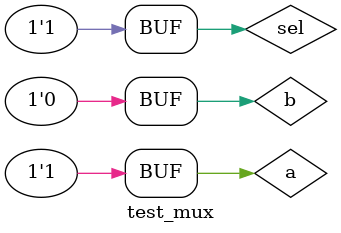
<source format=v>
`timescale 1ns/10ps
module mux2_1 (out,a,b,sel) ;
    // Port declarations
	output out ;
	input a,b,sel ;

    // The netlist
	not (sel_, sel) ;
	and (a1, a, sel_) ;
	and (b1, b, sel) ;
	or (out, a1, b1) ;

endmodule

module test_mux ;

reg a, b, sel ;

//MUX instance
    mux2_1 mux (out, a, b, sel) ;

//Stimulus

    initial
    begin
 	  a=0 ; b=1 ; sel=0 ;
      #5  b=0 ;
      #5  b=1 ; sel=1 ;
      #5  a=1 ;
      #5  b=0 ;
    end

    //Display results
    initial
    begin
      $display("                time out  a   b  sel");
      $monitor($time, "  %b   %b   %b   %b", out,a,b,sel) ;
    end

	initial
	begin
    $dumpfile("mux_t.vcd");
    $dumpvars;
	end
	
endmodule


</source>
